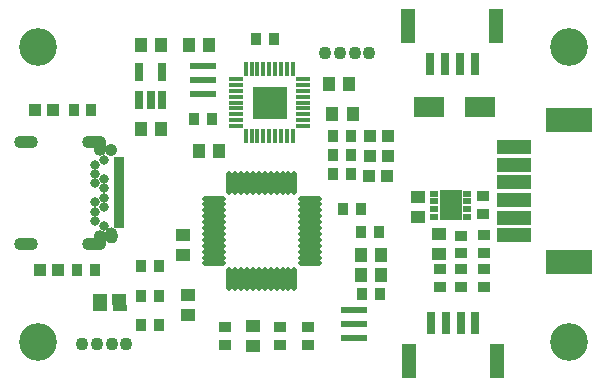
<source format=gts>
G04*
G04 #@! TF.GenerationSoftware,Altium Limited,Altium Designer,21.6.1 (37)*
G04*
G04 Layer_Color=8388736*
%FSLAX44Y44*%
%MOMM*%
G71*
G04*
G04 #@! TF.SameCoordinates,0E5422D4-7D4D-4D2A-908C-D000608D0D2C*
G04*
G04*
G04 #@! TF.FilePolarity,Negative*
G04*
G01*
G75*
%ADD36R,2.8500X2.7750*%
%ADD37R,1.0000X1.2000*%
%ADD38R,4.0000X2.0000*%
%ADD39R,2.9000X1.2000*%
%ADD40R,1.2000X2.9000*%
%ADD41R,0.8000X1.9000*%
%ADD42R,0.9000X1.1000*%
%ADD43R,2.5300X1.7600*%
%ADD44R,1.0000X1.0000*%
%ADD45R,2.2000X0.6000*%
%ADD46R,0.7588X1.5208*%
%ADD47R,1.1000X0.9000*%
%ADD48R,1.2000X1.0000*%
%ADD49R,0.7250X0.5000*%
%ADD50R,1.8500X2.6500*%
%ADD51O,0.4845X2.0000*%
%ADD52O,2.0000X0.4845*%
%ADD53R,1.2000X0.4845*%
%ADD54R,0.9000X0.5200*%
%ADD55R,1.2800X0.4600*%
%ADD56R,0.4600X1.2800*%
%ADD57C,1.1000*%
%ADD58C,3.2000*%
%ADD59O,2.0000X1.1000*%
%ADD60C,0.8000*%
%ADD61O,1.1000X1.7000*%
%ADD62C,1.0500*%
G36*
X67471Y88251D02*
X67386Y87709D01*
X67243Y87178D01*
X67046Y86665D01*
X66797Y86175D01*
X66498Y85714D01*
X66152Y85287D01*
X65763Y84899D01*
X65336Y84553D01*
X64875Y84253D01*
X64386Y84004D01*
X63872Y83807D01*
X63342Y83665D01*
X62799Y83579D01*
X62250Y83550D01*
X61701Y83579D01*
X61159Y83665D01*
X60628Y83807D01*
X60115Y84004D01*
X59625Y84253D01*
X59164Y84553D01*
X58737Y84899D01*
X58349Y85287D01*
X58003Y85714D01*
X57704Y86175D01*
X57454Y86665D01*
X57257Y87178D01*
X57115Y87709D01*
X57029Y88251D01*
X57000Y88800D01*
Y91800D01*
X57029Y92349D01*
X57115Y92892D01*
X57257Y93422D01*
X57454Y93935D01*
X57704Y94425D01*
X58003Y94886D01*
X58349Y95313D01*
X58737Y95702D01*
X59164Y96047D01*
X59625Y96347D01*
X60115Y96596D01*
X60628Y96793D01*
X61159Y96935D01*
X61701Y97021D01*
X62250Y97050D01*
X62799Y97021D01*
X63342Y96935D01*
X63872Y96793D01*
X64386Y96596D01*
X64875Y96347D01*
X65336Y96047D01*
X65763Y95702D01*
X66152Y95313D01*
X66498Y94886D01*
X66797Y94425D01*
X67046Y93935D01*
X67243Y93422D01*
X67386Y92892D01*
X67471Y92349D01*
X67500Y91800D01*
Y88800D01*
X67471Y88251D01*
D02*
G37*
D36*
X196250Y202625D02*
D03*
D37*
X104000Y180000D02*
D03*
X87000D02*
D03*
X266500Y193000D02*
D03*
X249500D02*
D03*
X273500Y73750D02*
D03*
X290500D02*
D03*
X273750Y57000D02*
D03*
X290750D02*
D03*
X136250Y161750D02*
D03*
X153250D02*
D03*
X127750Y251250D02*
D03*
X144750D02*
D03*
X104000Y251750D02*
D03*
X87000D02*
D03*
X263250Y218750D02*
D03*
X246250D02*
D03*
D38*
X450000Y187750D02*
D03*
Y67750D02*
D03*
D39*
X403000Y165250D02*
D03*
Y150250D02*
D03*
Y135250D02*
D03*
Y120250D02*
D03*
Y105250D02*
D03*
Y90250D02*
D03*
D40*
X388251Y267750D02*
D03*
X313750D02*
D03*
X314500Y-15750D02*
D03*
X389000D02*
D03*
D41*
X357250Y235750D02*
D03*
X369750D02*
D03*
X344750D02*
D03*
X332250D02*
D03*
X345500Y16250D02*
D03*
X333000D02*
D03*
X358000D02*
D03*
X370500D02*
D03*
D42*
X132500Y189250D02*
D03*
X147500D02*
D03*
X265250Y158000D02*
D03*
X250250D02*
D03*
X265250Y174500D02*
D03*
X250250D02*
D03*
X273750Y112250D02*
D03*
X258750D02*
D03*
X273750Y93500D02*
D03*
X288750D02*
D03*
X274500Y41000D02*
D03*
X289500D02*
D03*
X30250Y196250D02*
D03*
X45250D02*
D03*
X199750Y256500D02*
D03*
X184750D02*
D03*
X250000Y142250D02*
D03*
X265000D02*
D03*
X87500Y64000D02*
D03*
X102500D02*
D03*
X48250Y60750D02*
D03*
X33250D02*
D03*
X87500Y39000D02*
D03*
X102500D02*
D03*
X87750Y14250D02*
D03*
X102750D02*
D03*
D43*
X374150Y198750D02*
D03*
X331350D02*
D03*
D44*
X281500Y157750D02*
D03*
X296500D02*
D03*
X281500Y174750D02*
D03*
X296500D02*
D03*
X12500Y196250D02*
D03*
X-2500D02*
D03*
X295250Y140750D02*
D03*
X280250D02*
D03*
X2250Y60750D02*
D03*
X17250D02*
D03*
D45*
X267500Y27000D02*
D03*
Y15000D02*
D03*
Y3000D02*
D03*
X139750Y233750D02*
D03*
Y221750D02*
D03*
Y209750D02*
D03*
D46*
X86101Y228684D02*
D03*
X104897D02*
D03*
Y205316D02*
D03*
X95499D02*
D03*
X86101D02*
D03*
D47*
X377000Y123250D02*
D03*
Y108250D02*
D03*
X377750Y47000D02*
D03*
Y62000D02*
D03*
X358000Y46500D02*
D03*
Y61500D02*
D03*
Y75000D02*
D03*
Y90000D02*
D03*
X377500Y90250D02*
D03*
Y75250D02*
D03*
X340500Y61500D02*
D03*
Y46500D02*
D03*
X228750Y12750D02*
D03*
Y-2250D02*
D03*
X205417Y12750D02*
D03*
Y-2250D02*
D03*
X158750Y12750D02*
D03*
Y-2250D02*
D03*
D48*
X340000Y74750D02*
D03*
Y91750D02*
D03*
X321750Y122500D02*
D03*
Y105500D02*
D03*
X182584Y13750D02*
D03*
Y-3250D02*
D03*
X127250Y39500D02*
D03*
Y22500D02*
D03*
X123250Y74000D02*
D03*
Y91000D02*
D03*
D49*
X363125Y119250D02*
D03*
Y112750D02*
D03*
Y125750D02*
D03*
Y106250D02*
D03*
X335875Y125750D02*
D03*
Y119250D02*
D03*
Y112750D02*
D03*
Y106250D02*
D03*
D50*
X349500Y116000D02*
D03*
D51*
X217250Y53500D02*
D03*
X212250D02*
D03*
X207250D02*
D03*
X202250D02*
D03*
X197250D02*
D03*
X192250D02*
D03*
X187250D02*
D03*
X182250D02*
D03*
X177250D02*
D03*
X172250D02*
D03*
X167250D02*
D03*
X162250D02*
D03*
Y134500D02*
D03*
X167250D02*
D03*
X172250D02*
D03*
X177250D02*
D03*
X182250D02*
D03*
X187250D02*
D03*
X192250D02*
D03*
X197250D02*
D03*
X202250D02*
D03*
X207250D02*
D03*
X212250D02*
D03*
X217250D02*
D03*
D52*
X149250Y66500D02*
D03*
Y71500D02*
D03*
Y76500D02*
D03*
Y81500D02*
D03*
Y86500D02*
D03*
Y91500D02*
D03*
Y96500D02*
D03*
Y101500D02*
D03*
Y106500D02*
D03*
Y111500D02*
D03*
Y116500D02*
D03*
Y121500D02*
D03*
X230250D02*
D03*
Y116500D02*
D03*
Y111500D02*
D03*
Y106500D02*
D03*
Y101500D02*
D03*
Y96500D02*
D03*
Y91500D02*
D03*
Y86500D02*
D03*
Y81500D02*
D03*
Y76500D02*
D03*
Y71500D02*
D03*
Y66500D02*
D03*
D53*
X69000Y38500D02*
D03*
Y33500D02*
D03*
X69838Y28476D02*
D03*
X52566D02*
D03*
X53000Y33500D02*
D03*
Y38500D02*
D03*
D54*
X68850Y98800D02*
D03*
Y103800D02*
D03*
Y108800D02*
D03*
Y113800D02*
D03*
Y118800D02*
D03*
Y123800D02*
D03*
Y128800D02*
D03*
Y133800D02*
D03*
Y138800D02*
D03*
Y143800D02*
D03*
Y148800D02*
D03*
Y153800D02*
D03*
D55*
X167850Y222750D02*
D03*
Y217750D02*
D03*
Y212750D02*
D03*
Y207750D02*
D03*
Y202750D02*
D03*
Y197750D02*
D03*
Y192750D02*
D03*
Y187750D02*
D03*
Y182750D02*
D03*
X224150D02*
D03*
Y187750D02*
D03*
Y192750D02*
D03*
Y197750D02*
D03*
Y202750D02*
D03*
Y207750D02*
D03*
Y212750D02*
D03*
Y217750D02*
D03*
Y222750D02*
D03*
D56*
X181000Y174600D02*
D03*
X186000D02*
D03*
X191000D02*
D03*
X196000D02*
D03*
X201000D02*
D03*
X206000D02*
D03*
X211000D02*
D03*
X216000D02*
D03*
Y230900D02*
D03*
X211000D02*
D03*
X206000D02*
D03*
X201000D02*
D03*
X196000D02*
D03*
X191000D02*
D03*
X186000D02*
D03*
X181000D02*
D03*
X176000Y174600D02*
D03*
Y230900D02*
D03*
D57*
X75000Y-1500D02*
D03*
X62500D02*
D03*
X50000D02*
D03*
X37500D02*
D03*
X243250Y244500D02*
D03*
X255750D02*
D03*
X268250D02*
D03*
X280750D02*
D03*
D58*
X0Y250000D02*
D03*
X450000Y0D02*
D03*
X0D02*
D03*
X450000Y250000D02*
D03*
D59*
X-9750Y83000D02*
D03*
Y169600D02*
D03*
X47250Y83000D02*
D03*
Y169600D02*
D03*
D60*
X48750Y102300D02*
D03*
Y110300D02*
D03*
Y118300D02*
D03*
Y150300D02*
D03*
Y142300D02*
D03*
Y134300D02*
D03*
X55750Y98300D02*
D03*
Y114300D02*
D03*
Y122300D02*
D03*
Y154300D02*
D03*
Y138300D02*
D03*
Y130300D02*
D03*
D61*
X52250Y166350D02*
D03*
Y86250D02*
D03*
D62*
X62250Y90300D02*
D03*
Y162300D02*
D03*
M02*

</source>
